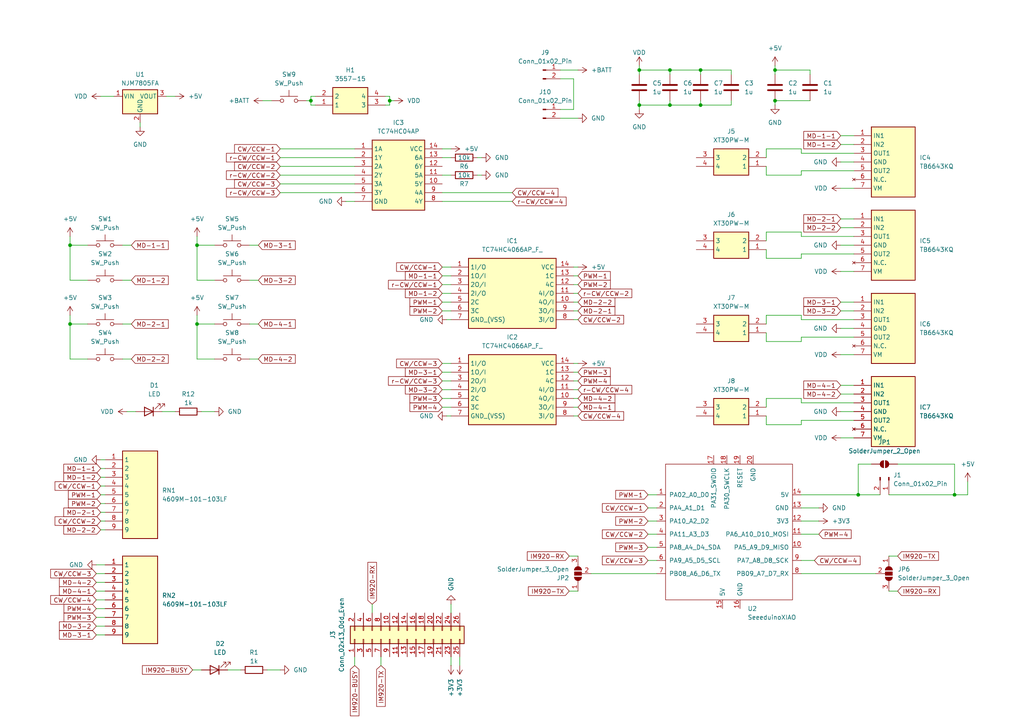
<source format=kicad_sch>
(kicad_sch (version 20231120) (generator "eeschema") (generator_version "8.0")
  (paper "A4")
  (junction (at 113.03 29.21))
  (junction (at 57.15 93.98))
  (junction (at 276.86 143.51))
  (junction (at 224.79 29.21))
  (junction (at 57.15 71.12))
  (junction (at 20.32 71.12))
  (junction (at 194.31 20.32))
  (junction (at 248.92 143.51))
  (junction (at 203.2 30.48))
  (junction (at 20.32 93.98))
  (junction (at 90.17 29.21))
  (junction (at 194.31 30.48))
  (junction (at 185.42 30.48))
  (junction (at 224.79 20.32))
  (junction (at 185.42 20.32))
  (junction (at 203.2 20.32))
  (wire (pts (xy 58.42 119.38) (xy 62.23 119.38)))
  (wire (pts (xy 243.84 90.17) (xy 247.65 90.17)))
  (wire (pts (xy 222.25 99.06) (xy 222.25 96.52)))
  (wire (pts (xy 20.32 68.58) (xy 20.32 71.12)))
  (wire (pts (xy 166.37 22.86) (xy 166.37 31.75)))
  (wire (pts (xy 232.41 68.58) (xy 247.65 68.58)))
  (wire (pts (xy 236.22 162.56) (xy 232.41 162.56)))
  (wire (pts (xy 276.86 134.62) (xy 276.86 143.51)))
  (wire (pts (xy 212.09 29.21) (xy 212.09 30.48)))
  (wire (pts (xy 222.25 74.93) (xy 232.41 74.93)))
  (wire (pts (xy 232.41 99.06) (xy 232.41 97.79)))
  (wire (pts (xy 187.96 158.75) (xy 190.5 158.75)))
  (wire (pts (xy 166.37 80.01) (xy 167.64 80.01)))
  (wire (pts (xy 57.15 71.12) (xy 62.23 71.12)))
  (wire (pts (xy 232.41 74.93) (xy 232.41 73.66)))
  (wire (pts (xy 81.28 50.8) (xy 102.87 50.8)))
  (wire (pts (xy 260.35 161.29) (xy 257.81 161.29)))
  (wire (pts (xy 110.49 193.04) (xy 110.49 190.5)))
  (wire (pts (xy 166.37 90.17) (xy 167.64 90.17)))
  (wire (pts (xy 203.2 30.48) (xy 212.09 30.48)))
  (wire (pts (xy 166.37 115.57) (xy 167.64 115.57)))
  (wire (pts (xy 243.84 71.12) (xy 247.65 71.12)))
  (wire (pts (xy 194.31 20.32) (xy 203.2 20.32)))
  (wire (pts (xy 25.4 81.28) (xy 20.32 81.28)))
  (wire (pts (xy 232.41 73.66) (xy 247.65 73.66)))
  (wire (pts (xy 222.25 67.31) (xy 232.41 67.31)))
  (wire (pts (xy 224.79 29.21) (xy 234.95 29.21)))
  (wire (pts (xy 243.84 102.87) (xy 247.65 102.87)))
  (wire (pts (xy 166.37 110.49) (xy 167.64 110.49)))
  (wire (pts (xy 27.94 166.37) (xy 30.48 166.37)))
  (wire (pts (xy 128.27 90.17) (xy 130.81 90.17)))
  (wire (pts (xy 29.21 148.59) (xy 30.48 148.59)))
  (wire (pts (xy 232.41 91.44) (xy 232.41 92.71)))
  (wire (pts (xy 128.27 43.18) (xy 130.81 43.18)))
  (wire (pts (xy 81.28 55.88) (xy 102.87 55.88)))
  (wire (pts (xy 57.15 68.58) (xy 57.15 71.12)))
  (wire (pts (xy 128.27 58.42) (xy 148.59 58.42)))
  (wire (pts (xy 166.37 85.09) (xy 167.64 85.09)))
  (wire (pts (xy 232.41 97.79) (xy 247.65 97.79)))
  (wire (pts (xy 194.31 20.32) (xy 185.42 20.32)))
  (wire (pts (xy 162.56 34.29) (xy 167.64 34.29)))
  (wire (pts (xy 91.44 27.94) (xy 90.17 27.94)))
  (wire (pts (xy 243.84 39.37) (xy 247.65 39.37)))
  (wire (pts (xy 232.41 67.31) (xy 232.41 68.58)))
  (wire (pts (xy 166.37 118.11) (xy 167.64 118.11)))
  (wire (pts (xy 62.23 104.14) (xy 57.15 104.14)))
  (wire (pts (xy 62.23 81.28) (xy 57.15 81.28)))
  (wire (pts (xy 248.92 143.51) (xy 255.27 143.51)))
  (wire (pts (xy 138.43 45.72) (xy 139.7 45.72)))
  (wire (pts (xy 194.31 29.21) (xy 194.31 30.48)))
  (wire (pts (xy 111.76 27.94) (xy 113.03 27.94)))
  (wire (pts (xy 232.41 115.57) (xy 232.41 116.84)))
  (wire (pts (xy 166.37 87.63) (xy 167.64 87.63)))
  (wire (pts (xy 128.27 110.49) (xy 130.81 110.49)))
  (wire (pts (xy 29.21 143.51) (xy 30.48 143.51)))
  (wire (pts (xy 57.15 104.14) (xy 57.15 93.98)))
  (wire (pts (xy 166.37 92.71) (xy 167.64 92.71)))
  (wire (pts (xy 187.96 162.56) (xy 190.5 162.56)))
  (wire (pts (xy 46.99 119.38) (xy 50.8 119.38)))
  (wire (pts (xy 133.35 193.04) (xy 133.35 190.5)))
  (wire (pts (xy 27.94 173.99) (xy 30.48 173.99)))
  (wire (pts (xy 81.28 45.72) (xy 102.87 45.72)))
  (wire (pts (xy 224.79 20.32) (xy 234.95 20.32)))
  (wire (pts (xy 27.94 184.15) (xy 30.48 184.15)))
  (wire (pts (xy 128.27 85.09) (xy 130.81 85.09)))
  (wire (pts (xy 36.83 119.38) (xy 39.37 119.38)))
  (wire (pts (xy 232.41 50.8) (xy 232.41 49.53)))
  (wire (pts (xy 20.32 104.14) (xy 20.32 93.98)))
  (wire (pts (xy 243.84 41.91) (xy 247.65 41.91)))
  (wire (pts (xy 243.84 119.38) (xy 247.65 119.38)))
  (wire (pts (xy 166.37 31.75) (xy 162.56 31.75)))
  (wire (pts (xy 166.37 107.95) (xy 167.64 107.95)))
  (wire (pts (xy 224.79 20.32) (xy 224.79 21.59)))
  (wire (pts (xy 27.94 163.83) (xy 30.48 163.83)))
  (wire (pts (xy 35.56 71.12) (xy 38.1 71.12)))
  (wire (pts (xy 57.15 81.28) (xy 57.15 71.12)))
  (wire (pts (xy 187.96 154.94) (xy 190.5 154.94)))
  (wire (pts (xy 260.35 171.45) (xy 257.81 171.45)))
  (wire (pts (xy 232.41 151.13) (xy 237.49 151.13)))
  (wire (pts (xy 113.03 30.48) (xy 113.03 29.21)))
  (wire (pts (xy 128.27 55.88) (xy 148.59 55.88)))
  (wire (pts (xy 243.84 114.3) (xy 247.65 114.3)))
  (wire (pts (xy 55.88 194.31) (xy 58.42 194.31)))
  (wire (pts (xy 222.25 91.44) (xy 232.41 91.44)))
  (wire (pts (xy 20.32 93.98) (xy 25.4 93.98)))
  (wire (pts (xy 232.41 92.71) (xy 247.65 92.71)))
  (wire (pts (xy 29.21 138.43) (xy 30.48 138.43)))
  (wire (pts (xy 29.21 146.05) (xy 30.48 146.05)))
  (wire (pts (xy 165.1 171.45) (xy 167.64 171.45)))
  (wire (pts (xy 222.25 115.57) (xy 232.41 115.57)))
  (wire (pts (xy 222.25 74.93) (xy 222.25 72.39)))
  (wire (pts (xy 128.27 113.03) (xy 130.81 113.03)))
  (wire (pts (xy 222.25 43.18) (xy 222.25 45.72)))
  (wire (pts (xy 185.42 30.48) (xy 185.42 31.75)))
  (wire (pts (xy 29.21 153.67) (xy 30.48 153.67)))
  (wire (pts (xy 128.27 87.63) (xy 130.81 87.63)))
  (wire (pts (xy 232.41 116.84) (xy 247.65 116.84)))
  (wire (pts (xy 222.25 123.19) (xy 232.41 123.19)))
  (wire (pts (xy 162.56 22.86) (xy 166.37 22.86)))
  (wire (pts (xy 232.41 147.32) (xy 237.49 147.32)))
  (wire (pts (xy 72.39 93.98) (xy 74.93 93.98)))
  (wire (pts (xy 27.94 176.53) (xy 30.48 176.53)))
  (wire (pts (xy 280.67 143.51) (xy 280.67 139.7)))
  (wire (pts (xy 76.2 29.21) (xy 78.74 29.21)))
  (wire (pts (xy 243.84 46.99) (xy 247.65 46.99)))
  (wire (pts (xy 222.25 123.19) (xy 222.25 120.65)))
  (wire (pts (xy 129.54 120.65) (xy 130.81 120.65)))
  (wire (pts (xy 25.4 104.14) (xy 20.32 104.14)))
  (wire (pts (xy 107.95 175.26) (xy 107.95 177.8)))
  (wire (pts (xy 243.84 111.76) (xy 247.65 111.76)))
  (wire (pts (xy 162.56 20.32) (xy 167.64 20.32)))
  (wire (pts (xy 243.84 63.5) (xy 247.65 63.5)))
  (wire (pts (xy 165.1 161.29) (xy 167.64 161.29)))
  (wire (pts (xy 40.64 35.56) (xy 40.64 36.83)))
  (wire (pts (xy 81.28 43.18) (xy 102.87 43.18)))
  (wire (pts (xy 187.96 147.32) (xy 190.5 147.32)))
  (wire (pts (xy 20.32 81.28) (xy 20.32 71.12)))
  (wire (pts (xy 128.27 105.41) (xy 130.81 105.41)))
  (wire (pts (xy 222.25 50.8) (xy 232.41 50.8)))
  (wire (pts (xy 128.27 82.55) (xy 130.81 82.55)))
  (wire (pts (xy 29.21 27.94) (xy 33.02 27.94)))
  (wire (pts (xy 27.94 171.45) (xy 30.48 171.45)))
  (wire (pts (xy 203.2 21.59) (xy 203.2 20.32)))
  (wire (pts (xy 243.84 54.61) (xy 247.65 54.61)))
  (wire (pts (xy 138.43 50.8) (xy 139.7 50.8)))
  (wire (pts (xy 171.45 166.37) (xy 190.5 166.37)))
  (wire (pts (xy 35.56 81.28) (xy 38.1 81.28)))
  (wire (pts (xy 222.25 99.06) (xy 232.41 99.06)))
  (wire (pts (xy 102.87 193.04) (xy 102.87 190.5)))
  (wire (pts (xy 35.56 104.14) (xy 38.1 104.14)))
  (wire (pts (xy 100.33 58.42) (xy 102.87 58.42)))
  (wire (pts (xy 232.41 49.53) (xy 247.65 49.53)))
  (wire (pts (xy 57.15 91.44) (xy 57.15 93.98)))
  (wire (pts (xy 81.28 53.34) (xy 102.87 53.34)))
  (wire (pts (xy 237.49 154.94) (xy 232.41 154.94)))
  (wire (pts (xy 243.84 95.25) (xy 247.65 95.25)))
  (wire (pts (xy 243.84 66.04) (xy 247.65 66.04)))
  (wire (pts (xy 234.95 21.59) (xy 234.95 20.32)))
  (wire (pts (xy 232.41 123.19) (xy 232.41 121.92)))
  (wire (pts (xy 243.84 87.63) (xy 247.65 87.63)))
  (wire (pts (xy 232.41 143.51) (xy 248.92 143.51)))
  (wire (pts (xy 128.27 115.57) (xy 130.81 115.57)))
  (wire (pts (xy 276.86 143.51) (xy 280.67 143.51)))
  (wire (pts (xy 187.96 143.51) (xy 190.5 143.51)))
  (wire (pts (xy 128.27 118.11) (xy 130.81 118.11)))
  (wire (pts (xy 29.21 151.13) (xy 30.48 151.13)))
  (wire (pts (xy 232.41 44.45) (xy 247.65 44.45)))
  (wire (pts (xy 130.81 175.26) (xy 130.81 177.8)))
  (wire (pts (xy 128.27 45.72) (xy 130.81 45.72)))
  (wire (pts (xy 77.47 194.31) (xy 81.28 194.31)))
  (wire (pts (xy 48.26 27.94) (xy 50.8 27.94)))
  (wire (pts (xy 187.96 151.13) (xy 190.5 151.13)))
  (wire (pts (xy 72.39 71.12) (xy 74.93 71.12)))
  (wire (pts (xy 29.21 135.89) (xy 30.48 135.89)))
  (wire (pts (xy 232.41 43.18) (xy 232.41 44.45)))
  (wire (pts (xy 224.79 19.05) (xy 224.79 20.32)))
  (wire (pts (xy 257.81 143.51) (xy 276.86 143.51)))
  (wire (pts (xy 113.03 27.94) (xy 113.03 29.21)))
  (wire (pts (xy 185.42 29.21) (xy 185.42 30.48)))
  (wire (pts (xy 252.73 134.62) (xy 248.92 134.62)))
  (wire (pts (xy 222.25 43.18) (xy 232.41 43.18)))
  (wire (pts (xy 166.37 113.03) (xy 167.64 113.03)))
  (wire (pts (xy 90.17 29.21) (xy 88.9 29.21)))
  (wire (pts (xy 166.37 105.41) (xy 167.64 105.41)))
  (wire (pts (xy 224.79 29.21) (xy 224.79 30.48)))
  (wire (pts (xy 232.41 121.92) (xy 247.65 121.92)))
  (wire (pts (xy 185.42 20.32) (xy 185.42 21.59)))
  (wire (pts (xy 72.39 104.14) (xy 74.93 104.14)))
  (wire (pts (xy 243.84 78.74) (xy 247.65 78.74)))
  (wire (pts (xy 185.42 30.48) (xy 194.31 30.48)))
  (wire (pts (xy 222.25 115.57) (xy 222.25 118.11)))
  (wire (pts (xy 130.81 193.04) (xy 130.81 190.5)))
  (wire (pts (xy 232.41 166.37) (xy 254 166.37)))
  (wire (pts (xy 27.94 179.07) (xy 30.48 179.07)))
  (wire (pts (xy 185.42 19.05) (xy 185.42 20.32)))
  (wire (pts (xy 128.27 80.01) (xy 130.81 80.01)))
  (wire (pts (xy 243.84 127) (xy 247.65 127)))
  (wire (pts (xy 203.2 29.21) (xy 203.2 30.48)))
  (wire (pts (xy 29.21 133.35) (xy 30.48 133.35)))
  (wire (pts (xy 90.17 30.48) (xy 90.17 29.21)))
  (wire (pts (xy 81.28 48.26) (xy 102.87 48.26)))
  (wire (pts (xy 57.15 93.98) (xy 62.23 93.98)))
  (wire (pts (xy 35.56 93.98) (xy 38.1 93.98)))
  (wire (pts (xy 128.27 50.8) (xy 130.81 50.8)))
  (wire (pts (xy 111.76 30.48) (xy 113.03 30.48)))
  (wire (pts (xy 203.2 20.32) (xy 212.09 20.32)))
  (wire (pts (xy 222.25 67.31) (xy 222.25 69.85)))
  (wire (pts (xy 166.37 77.47) (xy 167.64 77.47)))
  (wire (pts (xy 72.39 81.28) (xy 74.93 81.28)))
  (wire (pts (xy 129.54 92.71) (xy 130.81 92.71)))
  (wire (pts (xy 113.03 29.21) (xy 114.3 29.21)))
  (wire (pts (xy 20.32 91.44) (xy 20.32 93.98)))
  (wire (pts (xy 222.25 50.8) (xy 222.25 48.26)))
  (wire (pts (xy 91.44 30.48) (xy 90.17 30.48)))
  (wire (pts (xy 90.17 27.94) (xy 90.17 29.21)))
  (wire (pts (xy 27.94 181.61) (xy 30.48 181.61)))
  (wire (pts (xy 29.21 140.97) (xy 30.48 140.97)))
  (wire (pts (xy 194.31 21.59) (xy 194.31 20.32)))
  (wire (pts (xy 166.37 82.55) (xy 167.64 82.55)))
  (wire (pts (xy 128.27 107.95) (xy 130.81 107.95)))
  (wire (pts (xy 212.09 21.59) (xy 212.09 20.32)))
  (wire (pts (xy 248.92 134.62) (xy 248.92 143.51)))
  (wire (pts (xy 260.35 134.62) (xy 276.86 134.62)))
  (wire (pts (xy 194.31 30.48) (xy 203.2 30.48)))
  (wire (pts (xy 66.04 194.31) (xy 69.85 194.31)))
  (wire (pts (xy 27.94 168.91) (xy 30.48 168.91)))
  (wire (pts (xy 166.37 120.65) (xy 167.64 120.65)))
  (wire (pts (xy 222.25 91.44) (xy 222.25 93.98)))
  (wire (pts (xy 128.27 77.47) (xy 130.81 77.47)))
  (wire (pts (xy 20.32 71.12) (xy 25.4 71.12)))
  (global_label "PWM-3" (shape input) (at 187.96 158.75 180) (property "Intersheetrefs" "${INTERSHEET_REFS}" (effects (hide yes))))
  (global_label "PWM-1" (shape input) (at 187.96 143.51 180) (property "Intersheetrefs" "${INTERSHEET_REFS}" (effects (hide yes))))
  (global_label "CW{slash}CCW-2" (shape input) (at 187.96 154.94 180) (property "Intersheetrefs" "${INTERSHEET_REFS}" (effects (hide yes))))
  (global_label "IM920-RX" (shape input) (at 260.35 171.45 0) (property "Intersheetrefs" "${INTERSHEET_REFS}" (effects (hide yes))))
  (global_label "PWM-3" (shape input) (at 27.94 179.07 180) (property "Intersheetrefs" "${INTERSHEET_REFS}" (effects (hide yes))))
  (global_label "IM920-TX" (shape input) (at 260.35 161.29 0) (property "Intersheetrefs" "${INTERSHEET_REFS}" (effects (hide yes))))
  (global_label "CW{slash}CCW-4" (shape input) (at 27.94 173.99 180) (property "Intersheetrefs" "${INTERSHEET_REFS}" (effects (hide yes))))
  (global_label "MD-2-1" (shape input) (at 29.21 148.59 180) (property "Intersheetrefs" "${INTERSHEET_REFS}" (effects (hide yes))))
  (global_label "r-CW{slash}CCW-1" (shape input) (at 128.27 82.55 180) (property "Intersheetrefs" "${INTERSHEET_REFS}" (effects (hide yes))))
  (global_label "r-CW{slash}CCW-4" (shape input) (at 148.59 58.42 0) (property "Intersheetrefs" "${INTERSHEET_REFS}" (effects (hide yes))))
  (global_label "MD-2-2" (shape input) (at 167.64 87.63 0) (property "Intersheetrefs" "${INTERSHEET_REFS}" (effects (hide yes))))
  (global_label "MD-4-2" (shape input) (at 74.93 104.14 0) (property "Intersheetrefs" "${INTERSHEET_REFS}" (effects (hide yes))))
  (global_label "MD-1-1" (shape input) (at 29.21 135.89 180) (property "Intersheetrefs" "${INTERSHEET_REFS}" (effects (hide yes))))
  (global_label "MD-2-2" (shape input) (at 38.1 104.14 0) (property "Intersheetrefs" "${INTERSHEET_REFS}" (effects (hide yes))))
  (global_label "MD-3-1" (shape input) (at 74.93 71.12 0) (property "Intersheetrefs" "${INTERSHEET_REFS}" (effects (hide yes))))
  (global_label "IM920-BUSY" (shape input) (at 102.87 193.04 270) (property "Intersheetrefs" "${INTERSHEET_REFS}" (effects (hide yes))))
  (global_label "CW{slash}CCW-4" (shape input) (at 167.64 120.65 0) (property "Intersheetrefs" "${INTERSHEET_REFS}" (effects (hide yes))))
  (global_label "PWM-4" (shape input) (at 27.94 176.53 180) (property "Intersheetrefs" "${INTERSHEET_REFS}" (effects (hide yes))))
  (global_label "CW{slash}CCW-3" (shape input) (at 128.27 105.41 180) (property "Intersheetrefs" "${INTERSHEET_REFS}" (effects (hide yes))))
  (global_label "CW{slash}CCW-2" (shape input) (at 81.28 48.26 180) (property "Intersheetrefs" "${INTERSHEET_REFS}" (effects (hide yes))))
  (global_label "IM920-RX" (shape input) (at 107.95 175.26 90) (property "Intersheetrefs" "${INTERSHEET_REFS}" (effects (hide yes))))
  (global_label "MD-4-2" (shape input) (at 27.94 168.91 180) (property "Intersheetrefs" "${INTERSHEET_REFS}" (effects (hide yes))))
  (global_label "IM920-TX" (shape input) (at 165.1 171.45 180) (property "Intersheetrefs" "${INTERSHEET_REFS}" (effects (hide yes))))
  (global_label "MD-3-2" (shape input) (at 27.94 181.61 180) (property "Intersheetrefs" "${INTERSHEET_REFS}" (effects (hide yes))))
  (global_label "MD-4-1" (shape input) (at 167.64 118.11 0) (property "Intersheetrefs" "${INTERSHEET_REFS}" (effects (hide yes))))
  (global_label "CW{slash}CCW-4" (shape input) (at 236.22 162.56 0) (property "Intersheetrefs" "${INTERSHEET_REFS}" (effects (hide yes))))
  (global_label "MD-4-2" (shape input) (at 243.84 114.3 180) (property "Intersheetrefs" "${INTERSHEET_REFS}" (effects (hide yes))))
  (global_label "CW{slash}CCW-2" (shape input) (at 29.21 151.13 180) (property "Intersheetrefs" "${INTERSHEET_REFS}" (effects (hide yes))))
  (global_label "CW{slash}CCW-4" (shape input) (at 148.59 55.88 0) (property "Intersheetrefs" "${INTERSHEET_REFS}" (effects (hide yes))))
  (global_label "PWM-3" (shape input) (at 128.27 115.57 180) (property "Intersheetrefs" "${INTERSHEET_REFS}" (effects (hide yes))))
  (global_label "MD-2-1" (shape input) (at 167.64 90.17 0) (property "Intersheetrefs" "${INTERSHEET_REFS}" (effects (hide yes))))
  (global_label "PWM-1" (shape input) (at 167.64 80.01 0) (property "Intersheetrefs" "${INTERSHEET_REFS}" (effects (hide yes))))
  (global_label "IM920-BUSY" (shape input) (at 55.88 194.31 180) (property "Intersheetrefs" "${INTERSHEET_REFS}" (effects (hide yes))))
  (global_label "r-CW{slash}CCW-4" (shape input) (at 167.64 113.03 0) (property "Intersheetrefs" "${INTERSHEET_REFS}" (effects (hide yes))))
  (global_label "PWM-3" (shape input) (at 167.64 107.95 0) (property "Intersheetrefs" "${INTERSHEET_REFS}" (effects (hide yes))))
  (global_label "MD-4-1" (shape input) (at 243.84 111.76 180) (property "Intersheetrefs" "${INTERSHEET_REFS}" (effects (hide yes))))
  (global_label "MD-1-2" (shape input) (at 38.1 81.28 0) (property "Intersheetrefs" "${INTERSHEET_REFS}" (effects (hide yes))))
  (global_label "IM920-RX" (shape input) (at 165.1 161.29 180) (property "Intersheetrefs" "${INTERSHEET_REFS}" (effects (hide yes))))
  (global_label "PWM-2" (shape input) (at 167.64 82.55 0) (property "Intersheetrefs" "${INTERSHEET_REFS}" (effects (hide yes))))
  (global_label "MD-3-1" (shape input) (at 27.94 184.15 180) (property "Intersheetrefs" "${INTERSHEET_REFS}" (effects (hide yes))))
  (global_label "MD-1-2" (shape input) (at 243.84 41.91 180) (property "Intersheetrefs" "${INTERSHEET_REFS}" (effects (hide yes))))
  (global_label "MD-2-2" (shape input) (at 243.84 66.04 180) (property "Intersheetrefs" "${INTERSHEET_REFS}" (effects (hide yes))))
  (global_label "CW{slash}CCW-1" (shape input) (at 81.28 43.18 180) (property "Intersheetrefs" "${INTERSHEET_REFS}" (effects (hide yes))))
  (global_label "PWM-2" (shape input) (at 187.96 151.13 180) (property "Intersheetrefs" "${INTERSHEET_REFS}" (effects (hide yes))))
  (global_label "MD-2-1" (shape input) (at 243.84 63.5 180) (property "Intersheetrefs" "${INTERSHEET_REFS}" (effects (hide yes))))
  (global_label "MD-2-1" (shape input) (at 38.1 93.98 0) (property "Intersheetrefs" "${INTERSHEET_REFS}" (effects (hide yes))))
  (global_label "r-CW{slash}CCW-2" (shape input) (at 81.28 50.8 180) (property "Intersheetrefs" "${INTERSHEET_REFS}" (effects (hide yes))))
  (global_label "PWM-4" (shape input) (at 128.27 118.11 180) (property "Intersheetrefs" "${INTERSHEET_REFS}" (effects (hide yes))))
  (global_label "MD-2-2" (shape input) (at 29.21 153.67 180) (property "Intersheetrefs" "${INTERSHEET_REFS}" (effects (hide yes))))
  (global_label "CW{slash}CCW-3" (shape input) (at 187.96 162.56 180) (property "Intersheetrefs" "${INTERSHEET_REFS}" (effects (hide yes))))
  (global_label "MD-4-1" (shape input) (at 74.93 93.98 0) (property "Intersheetrefs" "${INTERSHEET_REFS}" (effects (hide yes))))
  (global_label "MD-1-1" (shape input) (at 243.84 39.37 180) (property "Intersheetrefs" "${INTERSHEET_REFS}" (effects (hide yes))))
  (global_label "PWM-1" (shape input) (at 29.21 143.51 180) (property "Intersheetrefs" "${INTERSHEET_REFS}" (effects (hide yes))))
  (global_label "MD-3-2" (shape input) (at 74.93 81.28 0) (property "Intersheetrefs" "${INTERSHEET_REFS}" (effects (hide yes))))
  (global_label "PWM-2" (shape input) (at 128.27 90.17 180) (property "Intersheetrefs" "${INTERSHEET_REFS}" (effects (hide yes))))
  (global_label "MD-1-2" (shape input) (at 29.21 138.43 180) (property "Intersheetrefs" "${INTERSHEET_REFS}" (effects (hide yes))))
  (global_label "PWM-2" (shape input) (at 29.21 146.05 180) (property "Intersheetrefs" "${INTERSHEET_REFS}" (effects (hide yes))))
  (global_label "MD-3-2" (shape input) (at 243.84 90.17 180) (property "Intersheetrefs" "${INTERSHEET_REFS}" (effects (hide yes))))
  (global_label "r-CW{slash}CCW-3" (shape input) (at 81.28 55.88 180) (property "Intersheetrefs" "${INTERSHEET_REFS}" (effects (hide yes))))
  (global_label "CW{slash}CCW-3" (shape input) (at 81.28 53.34 180) (property "Intersheetrefs" "${INTERSHEET_REFS}" (effects (hide yes))))
  (global_label "CW{slash}CCW-3" (shape input) (at 27.94 166.37 180) (property "Intersheetrefs" "${INTERSHEET_REFS}" (effects (hide yes))))
  (global_label "r-CW{slash}CCW-3" (shape input) (at 128.27 110.49 180) (property "Intersheetrefs" "${INTERSHEET_REFS}" (effects (hide yes))))
  (global_label "MD-3-2" (shape input) (at 128.27 113.03 180) (property "Intersheetrefs" "${INTERSHEET_REFS}" (effects (hide yes))))
  (global_label "PWM-1" (shape input) (at 128.27 87.63 180) (property "Intersheetrefs" "${INTERSHEET_REFS}" (effects (hide yes))))
  (global_label "CW{slash}CCW-1" (shape input) (at 128.27 77.47 180) (property "Intersheetrefs" "${INTERSHEET_REFS}" (effects (hide yes))))
  (global_label "r-CW{slash}CCW-2" (shape input) (at 167.64 85.09 0) (property "Intersheetrefs" "${INTERSHEET_REFS}" (effects (hide yes))))
  (global_label "r-CW{slash}CCW-1" (shape input) (at 81.28 45.72 180) (property "Intersheetrefs" "${INTERSHEET_REFS}" (effects (hide yes))))
  (global_label "MD-3-1" (shape input) (at 128.27 107.95 180) (property "Intersheetrefs" "${INTERSHEET_REFS}" (effects (hide yes))))
  (global_label "MD-1-1" (shape input) (at 128.27 80.01 180) (property "Intersheetrefs" "${INTERSHEET_REFS}" (effects (hide yes))))
  (global_label "MD-4-1" (shape input) (at 27.94 171.45 180) (property "Intersheetrefs" "${INTERSHEET_REFS}" (effects (hide yes))))
  (global_label "PWM-4" (shape input) (at 237.49 154.94 0) (property "Intersheetrefs" "${INTERSHEET_REFS}" (effects (hide yes))))
  (global_label "CW{slash}CCW-1" (shape input) (at 187.96 147.32 180) (property "Intersheetrefs" "${INTERSHEET_REFS}" (effects (hide yes))))
  (global_label "MD-1-1" (shape input) (at 38.1 71.12 0) (property "Intersheetrefs" "${INTERSHEET_REFS}" (effects (hide yes))))
  (global_label "MD-3-1" (shape input) (at 243.84 87.63 180) (property "Intersheetrefs" "${INTERSHEET_REFS}" (effects (hide yes))))
  (global_label "IM920-TX" (shape input) (at 110.49 193.04 270) (property "Intersheetrefs" "${INTERSHEET_REFS}" (effects (hide yes))))
  (global_label "PWM-4" (shape input) (at 167.64 110.49 0) (property "Intersheetrefs" "${INTERSHEET_REFS}" (effects (hide yes))))
  (global_label "MD-4-2" (shape input) (at 167.64 115.57 0) (property "Intersheetrefs" "${INTERSHEET_REFS}" (effects (hide yes))))
  (global_label "MD-1-2" (shape input) (at 128.27 85.09 180) (property "Intersheetrefs" "${INTERSHEET_REFS}" (effects (hide yes))))
  (global_label "CW{slash}CCW-2" (shape input) (at 167.64 92.71 0) (property "Intersheetrefs" "${INTERSHEET_REFS}" (effects (hide yes))))
  (global_label "CW{slash}CCW-1" (shape input) (at 29.21 140.97 180) (property "Intersheetrefs" "${INTERSHEET_REFS}" (effects (hide yes))))
  (symbol (lib_id "power:GND") (at 81.28 194.31 90) (unit 1)
    (property "Reference" "#PWR055" (effects (hide yes)))
    (property "Value" "GND" (at 85.09 194.31 90) (effects (justify right)))
  )
  (symbol (lib_id "TC74HC04AP:TC74HC04AP") (at 102.87 43.18 0) (unit 1)
    (property "Reference" "IC3" (at 115.57 35.56 0))
    (property "Value" "TC74HC04AP" (at 115.57 38.1 0))
    (property "Footprint" "Package_DIP:DIP-14_W7.62mm" (effects (hide yes)))
    (property "Datasheet" "https://toshiba.semicon-storage.com/info/docget.jsp?did=7347&prodName=TC74HC04AP" (effects (hide yes)))
    (property "Height" "4.45" (effects (hide yes)))
    (property "RS Part Number" "3171228" (effects (hide yes)))
    (property "RS Price/Stock" "https://uk.rs-online.com/web/p/products/3171228" (effects (hide yes)))
    (property "Manufacturer_Name" "Toshiba" (effects (hide yes)))
    (property "Manufacturer_Part_Number" "TC74HC04AP" (effects (hide yes)))
  )
  (symbol (lib_id "power:GND") (at 129.54 120.65 270) (unit 1)
    (property "Reference" "#PWR011" (effects (hide yes)))
    (property "Value" "GND" (at 125.73 120.65 90) (effects (justify right)))
  )
  (symbol (lib_id "Connector:Conn_01x02_Pin") (at 157.48 31.75 0) (unit 1)
    (property "Reference" "J10" (at 158.115 26.67 0))
    (property "Value" "Conn_01x02_Pin" (at 158.115 29.21 0))
    (property "Footprint" "Library:batterySoruce" (effects (hide yes)))
  )
  (symbol (lib_id "power:VDD") (at 185.42 19.05 0) (unit 1)
    (property "Reference" "#PWR026" (effects (hide yes)))
    (property "Value" "VDD" (at 185.42 15.24 0))
  )
  (symbol (lib_id "Device:LED") (at 43.18 119.38 180) (unit 1)
    (property "Reference" "D1" (at 44.7675 111.76 0))
    (property "Value" "LED" (at 44.7675 114.3 0))
    (property "Footprint" "LED_THT:LED_D3.0mm" (effects (hide yes)))
  )
  (symbol (lib_id "TB6643KQ:TB6643KQ") (at 247.65 87.63 0) (unit 1)
    (property "Reference" "IC6" (at 266.7 93.98 0) (effects (justify left)))
    (property "Value" "TB6643KQ" (at 266.7 96.52 0) (effects (justify left)))
    (property "Footprint" "TB6643KQ:TB6643KQ" (effects (hide yes)))
    (property "Datasheet" "https://toshiba.semicon-storage.com/ap-en/semiconductor/product/motor-driver-ics/brushed-dc-motor-driver-ics/detail.TB6643KQ.html" (effects (hide yes)))
    (property "Height" "16.5" (effects (hide yes)))
    (property "Manufacturer_Name" "Toshiba" (effects (hide yes)))
    (property "Manufacturer_Part_Number" "TB6643KQ" (effects (hide yes)))
  )
  (symbol (lib_id "power:+3V3") (at 237.49 151.13 270) (unit 1)
    (property "Reference" "#PWR013" (effects (hide yes)))
    (property "Value" "+3V3" (at 241.3 151.1299 90) (effects (justify left)))
    (property "Description" "Power symbol creates a global label with name \"+3V3\"" (effects (hide yes)))
  )
  (symbol (lib_id "power:GND") (at 100.33 58.42 270) (unit 1)
    (property "Reference" "#PWR014" (effects (hide yes)))
    (property "Value" "GND" (at 96.52 58.42 90) (effects (justify right)))
  )
  (symbol (lib_id "power:GND") (at 237.49 147.32 90) (unit 1)
    (property "Reference" "#PWR045" (effects (hide yes)))
    (property "Value" "GND" (at 241.3 147.32 90) (effects (justify right)))
  )
  (symbol (lib_id "power:GND") (at 129.54 92.71 270) (unit 1)
    (property "Reference" "#PWR010" (effects (hide yes)))
    (property "Value" "GND" (at 125.73 92.71 90) (effects (justify right)))
  )
  (symbol (lib_id "TB6643KQ:TB6643KQ") (at 247.65 39.37 0) (unit 1)
    (property "Reference" "IC4" (at 266.7 45.72 0) (effects (justify left)))
    (property "Value" "TB6643KQ" (at 266.7 48.26 0) (effects (justify left)))
    (property "Footprint" "TB6643KQ:TB6643KQ" (effects (hide yes)))
    (property "Datasheet" "https://toshiba.semicon-storage.com/ap-en/semiconductor/product/motor-driver-ics/brushed-dc-motor-driver-ics/detail.TB6643KQ.html" (effects (hide yes)))
    (property "Height" "16.5" (effects (hide yes)))
    (property "Manufacturer_Name" "Toshiba" (effects (hide yes)))
    (property "Manufacturer_Part_Number" "TB6643KQ" (effects (hide yes)))
  )
  (symbol (lib_id "XT30PW-M:XT30PW-M") (at 222.25 120.65 180) (unit 1)
    (property "Reference" "J8" (at 212.09 110.49 0))
    (property "Value" "XT30PW-M" (at 212.09 113.03 0))
    (property "Footprint" "XT30PW-M:XT30PWM" (effects (hide yes)))
    (property "Datasheet" "https://www.tme.eu/sl/Document/ce4077e36b79046da520ca73227e15de/XT30PW%20SPEC.pdf" (effects (hide yes)))
    (property "Height" "5" (effects (hide yes)))
    (property "Manufacturer_Name" "Amass" (effects (hide yes)))
    (property "Manufacturer_Part_Number" "XT30PW-M" (effects (hide yes)))
  )
  (symbol (lib_id "Connector:Conn_01x02_Pin") (at 157.48 20.32 0) (unit 1)
    (property "Reference" "J9" (at 158.115 15.24 0))
    (property "Value" "Conn_01x02_Pin" (at 158.115 17.78 0))
    (property "Footprint" "Library:batterySoruce" (effects (hide yes)))
  )
  (symbol (lib_id "Switch:SW_Push") (at 83.82 29.21 0) (unit 1)
    (property "Reference" "SW9" (at 83.82 21.59 0))
    (property "Value" "SW_Push" (at 83.82 24.13 0))
    (property "Footprint" "Library:batterySoruce" (effects (hide yes)))
  )
  (symbol (lib_id "power:+5V") (at 167.64 105.41 270) (unit 1)
    (property "Reference" "#PWR021" (effects (hide yes)))
    (property "Value" "+5V" (at 171.45 105.41 90) (effects (justify left)))
  )
  (symbol (lib_id "Jumper:SolderJumper_3_Open") (at 257.81 166.37 270) (unit 1) (exclude_from_sim yes) (in_bom no)
    (property "Reference" "JP6" (at 260.35 165.0999 90) (effects (justify left)))
    (property "Value" "SolderJumper_3_Open" (at 260.35 167.6399 90) (effects (justify left)))
    (property "Footprint" "Jumper:SolderJumper-3_P1.3mm_Open_Pad1.0x1.5mm" (effects (hide yes)))
    (property "Description" "Solder Jumper, 3-pole, open" (effects (hide yes)))
  )
  (symbol (lib_id "3557-15:3557-15") (at 91.44 27.94 0) (unit 1)
    (property "Reference" "H1" (at 101.6 20.32 0))
    (property "Value" "3557-15" (at 101.6 22.86 0))
    (property "Footprint" "3557-15:355715" (effects (hide yes)))
    (property "Datasheet" "https://www.keyelco.com/product-pdf.cfm?p=14225" (effects (hide yes)))
    (property "Description" "Fuse Holder T/H 2 IN 1 AUTO BLDE HOLDER, BLUE 15A" (effects (hide yes)))
    (property "Height" "7.5" (effects (hide yes)))
    (property "Manufacturer_Name" "Keystone Electronics" (effects (hide yes)))
    (property "Manufacturer_Part_Number" "3557-15" (effects (hide yes)))
    (property "Allied_Number" "70914078" (effects (hide yes)))
  )
  (symbol (lib_id "power:GND") (at 243.84 95.25 270) (unit 1)
    (property "Reference" "#PWR036" (effects (hide yes)))
    (property "Value" "GND" (at 240.03 95.25 90) (effects (justify right)))
  )
  (symbol (lib_id "power:VDD") (at 36.83 119.38 90) (unit 1)
    (property "Reference" "#PWR051" (effects (hide yes)))
    (property "Value" "VDD" (at 33.02 119.38 90) (effects (justify left)))
  )
  (symbol (lib_id "4609M-101-103LF:4609M-101-103LF") (at 30.48 163.83 0) (unit 1)
    (property "Reference" "RN2" (at 46.99 172.7199 0) (effects (justify left)))
    (property "Value" "4609M-101-103LF" (at 46.99 175.2599 0) (effects (justify left)))
    (property "Footprint" "4609M-101-103LF:4609X" (effects (hide yes)))
    (property "Datasheet" "https://www.bourns.com/pdfs/4600M.pdf" (effects (hide yes)))
    (property "Description" "BOURNS - 4609M-101-103LF - RESISTOR, BUSSED RESISTOR NETWORK, 8, 10KOHM, 2%, SIP" (effects (hide yes)))
    (property "Manufacturer_Name" "Bourns" (effects (hide yes)))
    (property "Manufacturer_Part_Number" "4609M-101-103LF" (effects (hide yes)))
    (property "Allied_Number" "70154621" (effects (hide yes)))
  )
  (symbol (lib_id "power:+5V") (at 224.79 19.05 0) (unit 1)
    (property "Reference" "#PWR024" (effects (hide yes)))
    (property "Value" "+5V" (at 224.79 13.97 0))
  )
  (symbol (lib_id "Device:LED") (at 62.23 194.31 180) (unit 1)
    (property "Reference" "D2" (at 63.8175 186.69 0))
    (property "Value" "LED" (at 63.8175 189.23 0))
    (property "Footprint" "LED_THT:LED_D3.0mm" (effects (hide yes)))
  )
  (symbol (lib_id "TB6643KQ:TB6643KQ") (at 247.65 63.5 0) (unit 1)
    (property "Reference" "IC5" (at 266.7 69.85 0) (effects (justify left)))
    (property "Value" "TB6643KQ" (at 266.7 72.39 0) (effects (justify left)))
    (property "Footprint" "TB6643KQ:TB6643KQ" (effects (hide yes)))
    (property "Datasheet" "https://toshiba.semicon-storage.com/ap-en/semiconductor/product/motor-driver-ics/brushed-dc-motor-driver-ics/detail.TB6643KQ.html" (effects (hide yes)))
    (property "Height" "16.5" (effects (hide yes)))
    (property "Manufacturer_Name" "Toshiba" (effects (hide yes)))
    (property "Manufacturer_Part_Number" "TB6643KQ" (effects (hide yes)))
  )
  (symbol (lib_id "power:+5V") (at 57.15 68.58 0) (unit 1)
    (property "Reference" "#PWR03" (effects (hide yes)))
    (property "Value" "+5V" (at 57.15 63.5 0))
  )
  (symbol (lib_id "TC74HC4066AP_F_:TC74HC4066AP_F_") (at 130.81 105.41 0) (unit 1)
    (property "Reference" "IC2" (at 148.59 97.79 0))
    (property "Value" "TC74HC4066AP_F_" (at 148.59 100.33 0))
    (property "Footprint" "Package_DIP:DIP-14_W7.62mm" (effects (hide yes)))
    (property "Datasheet" "http://uk.rs-online.com/web/p/products/5400326" (effects (hide yes)))
    (property "Height" "4.45" (effects (hide yes)))
    (property "RS Part Number" "5400326" (effects (hide yes)))
    (property "RS Price/Stock" "http://uk.rs-online.com/web/p/products/5400326" (effects (hide yes)))
    (property "Manufacturer_Name" "Toshiba" (effects (hide yes)))
    (property "Manufacturer_Part_Number" "TC74HC4066AP(F)" (effects (hide yes)))
  )
  (symbol (lib_id "Device:C") (at 194.31 25.4 0) (unit 1)
    (property "Reference" "C6" (at 198.12 24.13 0) (effects (justify left)))
    (property "Value" "1u" (at 198.12 26.67 0) (effects (justify left)))
    (property "Footprint" "Capacitor_THT:C_Disc_D6.0mm_W4.4mm_P5.00mm" (effects (hide yes)))
  )
  (symbol (lib_id "power:+3V3") (at 133.35 193.04 180) (unit 1)
    (property "Reference" "#PWR018" (effects (hide yes)))
    (property "Value" "+3V3" (at 133.3499 196.85 90) (effects (justify left)))
    (property "Description" "Power symbol creates a global label with name \"+3V3\"" (effects (hide yes)))
  )
  (symbol (lib_id "Device:C") (at 212.09 25.4 0) (unit 1)
    (property "Reference" "C3" (at 215.9 24.13 0) (effects (justify left)))
    (property "Value" "1u" (at 215.9 26.67 0) (effects (justify left)))
    (property "Footprint" "Capacitor_THT:C_Disc_D6.0mm_W4.4mm_P5.00mm" (effects (hide yes)))
  )
  (symbol (lib_id "Switch:SW_Push") (at 30.48 81.28 0) (unit 1)
    (property "Reference" "SW2" (at 30.48 73.66 0))
    (property "Value" "SW_Push" (at 30.48 76.2 0))
    (property "Footprint" "Button_Switch_THT:SW_PUSH_6mm" (effects (hide yes)))
  )
  (symbol (lib_id "power:+3V3") (at 130.81 193.04 180) (unit 1)
    (property "Reference" "#PWR017" (effects (hide yes)))
    (property "Value" "+3V3" (at 130.8099 196.85 90) (effects (justify left)))
    (property "Description" "Power symbol creates a global label with name \"+3V3\"" (effects (hide yes)))
  )
  (symbol (lib_id "Switch:SW_Push") (at 67.31 81.28 0) (unit 1)
    (property "Reference" "SW6" (at 67.31 73.66 0))
    (property "Value" "SW_Push" (at 67.31 76.2 0))
    (property "Footprint" "Button_Switch_THT:SW_PUSH_6mm" (effects (hide yes)))
  )
  (symbol (lib_id "Jumper:SolderJumper_2_Open") (at 256.54 134.62 0) (unit 1) (exclude_from_sim yes) (in_bom no)
    (property "Reference" "JP1" (at 256.54 128.27 0))
    (property "Value" "SolderJumper_2_Open" (at 256.54 130.81 0))
    (property "Footprint" "Jumper:SolderJumper-2_P1.3mm_Open_TrianglePad1.0x1.5mm" (effects (hide yes)))
    (property "Description" "Solder Jumper, 2-pole, open" (effects (hide yes)))
  )
  (symbol (lib_id "XT30PW-M:XT30PW-M") (at 222.25 48.26 180) (unit 1)
    (property "Reference" "J5" (at 212.09 38.1 0))
    (property "Value" "XT30PW-M" (at 212.09 40.64 0))
    (property "Footprint" "XT30PW-M:XT30PWM" (effects (hide yes)))
    (property "Datasheet" "https://www.tme.eu/sl/Document/ce4077e36b79046da520ca73227e15de/XT30PW%20SPEC.pdf" (effects (hide yes)))
    (property "Height" "5" (effects (hide yes)))
    (property "Manufacturer_Name" "Amass" (effects (hide yes)))
    (property "Manufacturer_Part_Number" "XT30PW-M" (effects (hide yes)))
  )
  (symbol (lib_id "power:+BATT") (at 76.2 29.21 90) (unit 1)
    (property "Reference" "#PWR040" (effects (hide yes)))
    (property "Value" "+BATT" (at 72.39 29.21 90) (effects (justify left)))
  )
  (symbol (lib_id "Switch:SW_Push") (at 67.31 93.98 0) (unit 1)
    (property "Reference" "SW7" (at 67.31 86.36 0))
    (property "Value" "SW_Push" (at 67.31 88.9 0))
    (property "Footprint" "Button_Switch_THT:SW_PUSH_6mm" (effects (hide yes)))
  )
  (symbol (lib_id "TC74HC4066AP_F_:TC74HC4066AP_F_") (at 130.81 77.47 0) (unit 1)
    (property "Reference" "IC1" (at 148.59 69.85 0))
    (property "Value" "TC74HC4066AP_F_" (at 148.59 72.39 0))
    (property "Footprint" "Package_DIP:DIP-14_W7.62mm" (effects (hide yes)))
    (property "Datasheet" "http://uk.rs-online.com/web/p/products/5400326" (effects (hide yes)))
    (property "Height" "4.45" (effects (hide yes)))
    (property "RS Part Number" "5400326" (effects (hide yes)))
    (property "RS Price/Stock" "http://uk.rs-online.com/web/p/products/5400326" (effects (hide yes)))
    (property "Manufacturer_Name" "Toshiba" (effects (hide yes)))
    (property "Manufacturer_Part_Number" "TC74HC4066AP(F)" (effects (hide yes)))
  )
  (symbol (lib_id "power:GND") (at 167.64 34.29 90) (unit 1)
    (property "Reference" "#PWR09" (effects (hide yes)))
    (property "Value" "GND" (at 171.45 34.29 90) (effects (justify right)))
  )
  (symbol (lib_id "Device:C") (at 185.42 25.4 0) (unit 1)
    (property "Reference" "C5" (at 189.23 24.13 0) (effects (justify left)))
    (property "Value" "1u" (at 189.23 26.67 0) (effects (justify left)))
    (property "Footprint" "Capacitor_THT:C_Disc_D6.0mm_W4.4mm_P5.00mm" (effects (hide yes)))
  )
  (symbol (lib_id "power:VDD") (at 243.84 102.87 90) (unit 1)
    (property "Reference" "#PWR037" (effects (hide yes)))
    (property "Value" "VDD" (at 240.03 102.87 90) (effects (justify left)))
  )
  (symbol (lib_id "power:+5V") (at 20.32 68.58 0) (unit 1)
    (property "Reference" "#PWR01" (effects (hide yes)))
    (property "Value" "+5V" (at 20.32 63.5 0))
  )
  (symbol (lib_id "Switch:SW_Push") (at 30.48 104.14 0) (unit 1)
    (property "Reference" "SW4" (at 30.48 96.52 0))
    (property "Value" "SW_Push" (at 30.48 99.06 0))
    (property "Footprint" "Button_Switch_THT:SW_PUSH_6mm" (effects (hide yes)))
  )
  (symbol (lib_id "XT30PW-M:XT30PW-M") (at 222.25 96.52 180) (unit 1)
    (property "Reference" "J7" (at 212.09 86.36 0))
    (property "Value" "XT30PW-M" (at 212.09 88.9 0))
    (property "Footprint" "XT30PW-M:XT30PWM" (effects (hide yes)))
    (property "Datasheet" "https://www.tme.eu/sl/Document/ce4077e36b79046da520ca73227e15de/XT30PW%20SPEC.pdf" (effects (hide yes)))
    (property "Height" "5" (effects (hide yes)))
    (property "Manufacturer_Name" "Amass" (effects (hide yes)))
    (property "Manufacturer_Part_Number" "XT30PW-M" (effects (hide yes)))
  )
  (symbol (lib_id "power:+5V") (at 57.15 91.44 0) (unit 1)
    (property "Reference" "#PWR04" (effects (hide yes)))
    (property "Value" "+5V" (at 57.15 86.36 0))
  )
  (symbol (lib_id "Device:R") (at 73.66 194.31 270) (unit 1)
    (property "Reference" "R1" (at 73.66 189.23 90))
    (property "Value" "1k" (at 73.66 191.77 90))
    (property "Footprint" "Resistor_THT:R_Axial_DIN0207_L6.3mm_D2.5mm_P10.16mm_Horizontal" (effects (hide yes)))
  )
  (symbol (lib_id "Device:C") (at 224.79 25.4 0) (unit 1)
    (property "Reference" "C2" (at 228.6 24.13 0) (effects (justify left)))
    (property "Value" "1u" (at 228.6 26.67 0) (effects (justify left)))
    (property "Footprint" "Capacitor_THT:C_Disc_D6.0mm_W4.4mm_P5.00mm" (effects (hide yes)))
  )
  (symbol (lib_id "Device:C") (at 203.2 25.4 0) (unit 1)
    (property "Reference" "C7" (at 207.01 24.13 0) (effects (justify left)))
    (property "Value" "1u" (at 207.01 26.67 0) (effects (justify left)))
    (property "Footprint" "Capacitor_THT:C_Disc_D6.0mm_W4.4mm_P5.00mm" (effects (hide yes)))
  )
  (symbol (lib_id "power:GND") (at 243.84 46.99 270) (unit 1)
    (property "Reference" "#PWR032" (effects (hide yes)))
    (property "Value" "GND" (at 240.03 46.99 90) (effects (justify right)))
  )
  (symbol (lib_id "power:VDD") (at 243.84 78.74 90) (unit 1)
    (property "Reference" "#PWR035" (effects (hide yes)))
    (property "Value" "VDD" (at 240.03 78.74 90) (effects (justify left)))
  )
  (symbol (lib_id "power:GND") (at 224.79 30.48 0) (unit 1)
    (property "Reference" "#PWR025" (effects (hide yes)))
    (property "Value" "GND" (at 224.79 35.56 0))
  )
  (symbol (lib_id "power:GND") (at 27.94 163.83 270) (unit 1)
    (property "Reference" "#PWR053" (effects (hide yes)))
    (property "Value" "GND" (at 24.13 163.8299 90) (effects (justify right)))
  )
  (symbol (lib_id "power:VDD") (at 29.21 27.94 90) (unit 1)
    (property "Reference" "#PWR08" (effects (hide yes)))
    (property "Value" "VDD" (at 25.4 27.94 90) (effects (justify left)))
  )
  (symbol (lib_id "Seeeduino XIAO:SeeeduinoXIAO") (at 212.09 154.94 0) (unit 1)
    (property "Reference" "U2" (at 216.8241 176.53 0) (effects (justify left)))
    (property "Value" "SeeeduinoXIAO" (at 216.8241 179.07 0) (effects (justify left)))
    (property "Footprint" "Seeeduino XIAO KICAD:Seeeduino XIAO-MOUDLE14P-2.54-21X17.8MM" (effects (hide yes)))
  )
  (symbol (lib_id "power:VDD") (at 243.84 54.61 90) (unit 1)
    (property "Reference" "#PWR033" (effects (hide yes)))
    (property "Value" "VDD" (at 240.03 54.61 90) (effects (justify left)))
  )
  (symbol (lib_id "Jumper:SolderJumper_3_Open") (at 167.64 166.37 90) (unit 1) (exclude_from_sim yes) (in_bom no)
    (property "Reference" "JP2" (at 165.1 167.6401 90) (effects (justify left)))
    (property "Value" "SolderJumper_3_Open" (at 165.1 165.1001 90) (effects (justify left)))
    (property "Footprint" "Jumper:SolderJumper-3_P1.3mm_Open_Pad1.0x1.5mm" (effects (hide yes)))
    (property "Description" "Solder Jumper, 3-pole, open" (effects (hide yes)))
  )
  (symbol (lib_id "Connector:Conn_01x02_Pin") (at 257.81 138.43 270) (unit 1)
    (property "Reference" "J1" (at 259.08 137.7949 90) (effects (justify left)))
    (property "Value" "Conn_01x02_Pin" (at 259.08 140.3349 90) (effects (justify left)))
    (property "Footprint" "Connector_PinHeader_2.54mm:PinHeader_1x02_P2.54mm_Vertical" (effects (hide yes)))
    (property "Description" "Generic connector, single row, 01x02, script generated" (effects (hide yes)))
  )
  (symbol (lib_id "4609M-101-103LF:4609M-101-103LF") (at 30.48 133.35 0) (unit 1)
    (property "Reference" "RN1" (at 46.99 142.2399 0) (effects (justify left)))
    (property "Value" "4609M-101-103LF" (at 46.99 144.7799 0) (effects (justify left)))
    (property "Footprint" "4609M-101-103LF:4609X" (effects (hide yes)))
    (property "Datasheet" "https://www.bourns.com/pdfs/4600M.pdf" (effects (hide yes)))
    (property "Description" "BOURNS - 4609M-101-103LF - RESISTOR, BUSSED RESISTOR NETWORK, 8, 10KOHM, 2%, SIP" (effects (hide yes)))
    (property "Manufacturer_Name" "Bourns" (effects (hide yes)))
    (property "Manufacturer_Part_Number" "4609M-101-103LF" (effects (hide yes)))
    (property "Allied_Number" "70154621" (effects (hide yes)))
  )
  (symbol (lib_id "power:+5V") (at 130.81 43.18 270) (unit 1)
    (property "Reference" "#PWR019" (effects (hide yes)))
    (property "Value" "+5V" (at 134.62 43.18 90) (effects (justify left)))
  )
  (symbol (lib_id "power:GND") (at 130.81 175.26 180) (unit 1)
    (property "Reference" "#PWR016" (effects (hide yes)))
    (property "Value" "GND" (at 130.81 171.45 90) (effects (justify right)))
  )
  (symbol (lib_name "+5V_1") (lib_id "power:+5V") (at 280.67 139.7 0) (unit 1)
    (property "Reference" "#PWR012" (effects (hide yes)))
    (property "Value" "+5V" (at 280.67 134.62 0))
    (property "Description" "Power symbol creates a global label with name \"+5V\"" (effects (hide yes)))
  )
  (symbol (lib_id "power:+BATT") (at 167.64 20.32 270) (unit 1)
    (property "Reference" "#PWR05" (effects (hide yes)))
    (property "Value" "+BATT" (at 171.45 20.32 90) (effects (justify left)))
  )
  (symbol (lib_id "power:+5V") (at 20.32 91.44 0) (unit 1)
    (property "Reference" "#PWR02" (effects (hide yes)))
    (property "Value" "+5V" (at 20.32 86.36 0))
  )
  (symbol (lib_id "Device:R") (at 134.62 50.8 270) (unit 1)
    (property "Reference" "R7" (at 134.62 53.34 90))
    (property "Value" "10k" (at 134.62 50.8 90))
    (property "Footprint" "Resistor_THT:R_Axial_DIN0207_L6.3mm_D2.5mm_P10.16mm_Horizontal" (effects (hide yes)))
  )
  (symbol (lib_id "Connector_Generic:Conn_02x13_Odd_Even") (at 118.11 185.42 90) (unit 1)
    (property "Reference" "J3" (at 96.52 184.15 0))
    (property "Value" "Conn_02x13_Odd_Even" (at 99.06 184.15 0))
    (property "Footprint" "Connector_PinSocket_1.27mm:PinSocket_2x13_P1.27mm_Vertical" (effects (hide yes)))
    (property "Description" "Generic connector, double row, 02x13, odd/even pin numbering scheme (row 1 odd numbers, row 2 even numbers), script generated (kicad-library-utils/schlib/autogen/connector/)" (effects (hide yes)))
  )
  (symbol (lib_id "power:GND") (at 40.64 36.83 0) (unit 1)
    (property "Reference" "#PWR06" (effects (hide yes)))
    (property "Value" "GND" (at 40.64 41.91 0))
  )
  (symbol (lib_id "power:VDD") (at 114.3 29.21 270) (unit 1)
    (property "Reference" "#PWR015" (effects (hide yes)))
    (property "Value" "VDD" (at 118.11 29.21 90) (effects (justify left)))
  )
  (symbol (lib_id "power:GND") (at 62.23 119.38 90) (unit 1)
    (property "Reference" "#PWR050" (effects (hide yes)))
    (property "Value" "GND" (at 66.04 119.38 90) (effects (justify right)))
  )
  (symbol (lib_id "power:+5V") (at 50.8 27.94 270) (unit 1)
    (property "Reference" "#PWR07" (effects (hide yes)))
    (property "Value" "+5V" (at 54.61 27.94 90) (effects (justify left)))
  )
  (symbol (lib_id "power:GND") (at 139.7 50.8 90) (unit 1)
    (property "Reference" "#PWR044" (effects (hide yes)))
    (property "Value" "GND" (at 143.51 50.8 90) (effects (justify right)))
  )
  (symbol (lib_id "Regulator_Linear:AP2204R-3.0") (at 40.64 27.94 0) (unit 1)
    (property "Reference" "U1" (at 40.64 21.59 0))
    (property "Value" "NJM7805FA" (at 40.64 24.13 0))
    (property "Footprint" "Package_TO_SOT_THT:TO-220F-3_Horizontal_TabDown" (effects (hide yes)))
    (property "Datasheet" "https://www.diodes.com/assets/Datasheets/AP2204.pdf" (effects (hide yes)))
  )
  (symbol (lib_id "power:GND") (at 185.42 31.75 0) (unit 1)
    (property "Reference" "#PWR027" (effects (hide yes)))
    (property "Value" "GND" (at 185.42 36.83 0))
  )
  (symbol (lib_id "power:GND") (at 243.84 71.12 270) (unit 1)
    (property "Reference" "#PWR034" (effects (hide yes)))
    (property "Value" "GND" (at 240.03 71.12 90) (effects (justify right)))
  )
  (symbol (lib_id "power:GND") (at 29.21 133.35 270) (unit 1)
    (property "Reference" "#PWR052" (effects (hide yes)))
    (property "Value" "GND" (at 25.4 133.3499 90) (effects (justify right)))
  )
  (symbol (lib_id "power:VDD") (at 243.84 127 90) (unit 1)
    (property "Reference" "#PWR039" (effects (hide yes)))
    (property "Value" "VDD" (at 240.03 127 90) (effects (justify left)))
  )
  (symbol (lib_id "Device:R") (at 54.61 119.38 270) (unit 1)
    (property "Reference" "R12" (at 54.61 114.3 90))
    (property "Value" "1k" (at 54.61 116.84 90))
    (property "Footprint" "Resistor_THT:R_Axial_DIN0207_L6.3mm_D2.5mm_P10.16mm_Horizontal" (effects (hide yes)))
  )
  (symbol (lib_id "Switch:SW_Push") (at 67.31 104.14 0) (unit 1)
    (property "Reference" "SW8" (at 67.31 96.52 0))
    (property "Value" "SW_Push" (at 67.31 99.06 0))
    (property "Footprint" "Button_Switch_THT:SW_PUSH_6mm" (effects (hide yes)))
  )
  (symbol (lib_id "Device:C") (at 234.95 25.4 0) (unit 1)
    (property "Reference" "C1" (at 238.76 24.13 0) (effects (justify left)))
    (property "Value" "1u" (at 238.76 26.67 0) (effects (justify left)))
    (property "Footprint" "Capacitor_THT:C_Disc_D6.0mm_W4.4mm_P5.00mm" (effects (hide yes)))
  )
  (symbol (lib_id "power:GND") (at 139.7 45.72 90) (unit 1)
    (property "Reference" "#PWR043" (effects (hide yes)))
    (property "Value" "GND" (at 143.51 45.72 90) (effects (justify right)))
  )
  (symbol (lib_id "Switch:SW_Push") (at 67.31 71.12 0) (unit 1)
    (property "Reference" "SW5" (at 67.31 63.5 0))
    (property "Value" "SW_Push" (at 67.31 66.04 0))
    (property "Footprint" "Button_Switch_THT:SW_PUSH_6mm" (effects (hide yes)))
  )
  (symbol (lib_id "power:+5V") (at 167.64 77.47 270) (unit 1)
    (property "Reference" "#PWR020" (effects (hide yes)))
    (property "Value" "+5V" (at 171.45 77.47 90) (effects (justify left)))
  )
  (symbol (lib_id "Switch:SW_Push") (at 30.48 93.98 0) (unit 1)
    (property "Reference" "SW3" (at 30.48 86.36 0))
    (property "Value" "SW_Push" (at 30.48 88.9 0))
    (property "Footprint" "Button_Switch_THT:SW_PUSH_6mm" (effects (hide yes)))
  )
  (symbol (lib_id "power:GND") (at 243.84 119.38 270) (unit 1)
    (property "Reference" "#PWR038" (effects (hide yes)))
    (property "Value" "GND" (at 240.03 119.38 90) (effects (justify right)))
  )
  (symbol (lib_id "TB6643KQ:TB6643KQ") (at 247.65 111.76 0) (unit 1)
    (property "Reference" "IC7" (at 266.7 118.11 0) (effects (justify left)))
    (property "Value" "TB6643KQ" (at 266.7 120.65 0) (effects (justify left)))
    (property "Footprint" "TB6643KQ:TB6643KQ" (effects (hide yes)))
    (property "Datasheet" "https://toshiba.semicon-storage.com/ap-en/semiconductor/product/motor-driver-ics/brushed-dc-motor-driver-ics/detail.TB6643KQ.html" (effects (hide yes)))
    (property "Height" "16.5" (effects (hide yes)))
    (property "Manufacturer_Name" "Toshiba" (effects (hide yes)))
    (property "Manufacturer_Part_Number" "TB6643KQ" (effects (hide yes)))
  )
  (symbol (lib_id "Device:R") (at 134.62 45.72 270) (unit 1)
    (property "Reference" "R6" (at 134.62 48.26 90))
    (property "Value" "10k" (at 134.62 45.72 90))
    (property "Footprint" "Resistor_THT:R_Axial_DIN0207_L6.3mm_D2.5mm_P10.16mm_Horizontal" (effects (hide yes)))
  )
  (symbol (lib_id "XT30PW-M:XT30PW-M") (at 222.25 72.39 180) (unit 1)
    (property "Reference" "J6" (at 212.09 62.23 0))
    (property "Value" "XT30PW-M" (at 212.09 64.77 0))
    (property "Footprint" "XT30PW-M:XT30PWM" (effects (hide yes)))
    (property "Datasheet" "https://www.tme.eu/sl/Document/ce4077e36b79046da520ca73227e15de/XT30PW%20SPEC.pdf" (effects (hide yes)))
    (property "Height" "5" (effects (hide yes)))
    (property "Manufacturer_Name" "Amass" (effects (hide yes)))
    (property "Manufacturer_Part_Number" "XT30PW-M" (effects (hide yes)))
  )
  (symbol (lib_id "Switch:SW_Push") (at 30.48 71.12 0) (unit 1)
    (property "Reference" "SW1" (at 30.48 63.5 0))
    (property "Value" "SW_Push" (at 30.48 66.04 0))
    (property "Footprint" "Button_Switch_THT:SW_PUSH_6mm" (effects (hide yes)))
  )
)
</source>
